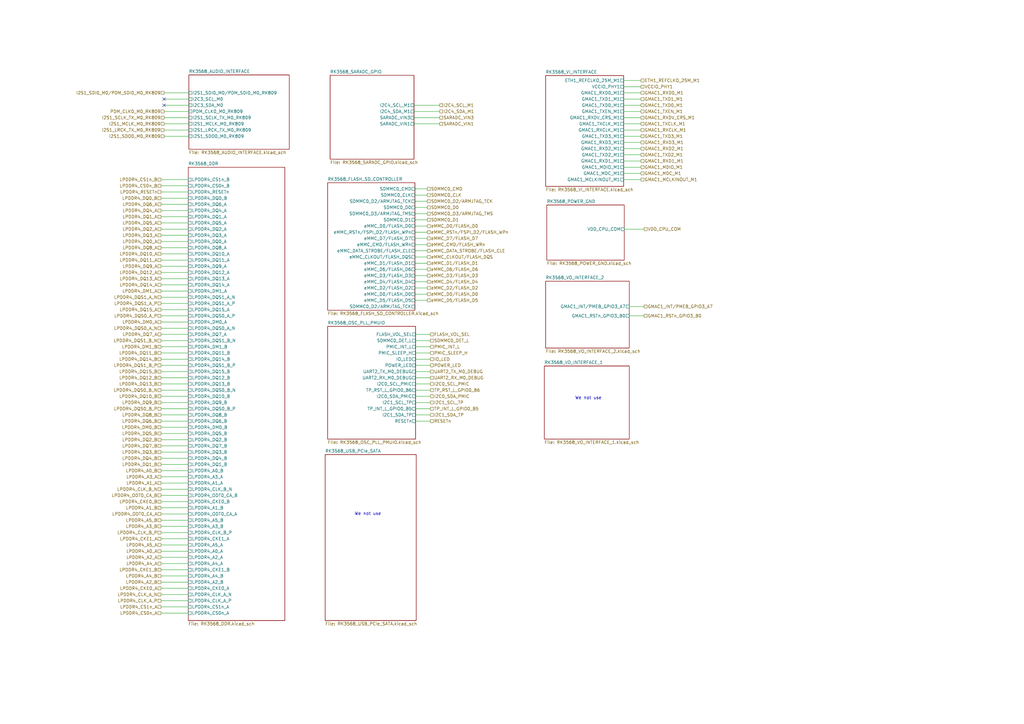
<source format=kicad_sch>
(kicad_sch (version 20230819) (generator eeschema)
  (paper "A3")
  (lib_symbols)
  (no_connect (at 67.31 40.64))
  (no_connect (at 67.31 43.18))
  (wire (pts (xy 170.434 147.32) (xy 176.53 147.32)))
  (wire (pts (xy 255.778 43.18) (xy 262.89 43.18)))
  (wire (pts (xy 66.04 187.96) (xy 77.216 187.96)))
  (wire (pts (xy 255.778 45.72) (xy 262.89 45.72)))
  (wire (pts (xy 66.04 167.64) (xy 77.216 167.64)))
  (wire (pts (xy 170.434 162.56) (xy 176.53 162.56)))
  (wire (pts (xy 258.064 125.73) (xy 264.16 125.73)))
  (wire (pts (xy 170.18 77.47) (xy 175.26 77.47)))
  (wire (pts (xy 66.04 208.28) (xy 77.216 208.28)))
  (wire (pts (xy 170.434 165.1) (xy 176.53 165.1)))
  (wire (pts (xy 170.434 172.72) (xy 176.53 172.72)))
  (wire (pts (xy 170.18 118.11) (xy 175.26 118.11)))
  (wire (pts (xy 66.04 132.08) (xy 77.216 132.08)))
  (wire (pts (xy 255.778 58.42) (xy 262.89 58.42)))
  (wire (pts (xy 170.434 142.24) (xy 176.53 142.24)))
  (wire (pts (xy 255.778 50.8) (xy 262.89 50.8)))
  (wire (pts (xy 66.04 83.82) (xy 77.216 83.82)))
  (wire (pts (xy 170.18 115.57) (xy 175.26 115.57)))
  (wire (pts (xy 66.04 246.38) (xy 77.216 246.38)))
  (wire (pts (xy 170.18 85.09) (xy 175.26 85.09)))
  (wire (pts (xy 255.778 71.12) (xy 262.89 71.12)))
  (wire (pts (xy 66.04 134.62) (xy 77.216 134.62)))
  (wire (pts (xy 255.778 66.04) (xy 262.89 66.04)))
  (wire (pts (xy 255.778 63.5) (xy 262.89 63.5)))
  (wire (pts (xy 66.04 251.46) (xy 77.216 251.46)))
  (wire (pts (xy 170.434 149.86) (xy 176.53 149.86)))
  (wire (pts (xy 66.04 203.2) (xy 77.216 203.2)))
  (wire (pts (xy 170.18 95.25) (xy 175.26 95.25)))
  (wire (pts (xy 66.04 170.18) (xy 77.216 170.18)))
  (wire (pts (xy 66.04 147.32) (xy 77.216 147.32)))
  (wire (pts (xy 66.04 180.34) (xy 77.216 180.34)))
  (wire (pts (xy 66.04 233.68) (xy 77.216 233.68)))
  (wire (pts (xy 170.434 152.4) (xy 176.53 152.4)))
  (wire (pts (xy 170.18 107.95) (xy 175.26 107.95)))
  (wire (pts (xy 66.04 162.56) (xy 77.216 162.56)))
  (wire (pts (xy 66.04 154.94) (xy 77.216 154.94)))
  (wire (pts (xy 66.04 215.9) (xy 77.216 215.9)))
  (wire (pts (xy 66.04 205.74) (xy 77.216 205.74)))
  (wire (pts (xy 66.04 213.36) (xy 77.216 213.36)))
  (wire (pts (xy 170.18 120.65) (xy 175.26 120.65)))
  (wire (pts (xy 66.04 198.12) (xy 77.216 198.12)))
  (wire (pts (xy 170.18 90.17) (xy 175.26 90.17)))
  (wire (pts (xy 170.434 139.7) (xy 176.53 139.7)))
  (wire (pts (xy 170.434 160.02) (xy 176.53 160.02)))
  (wire (pts (xy 67.31 55.88) (xy 77.47 55.88)))
  (wire (pts (xy 170.18 87.63) (xy 175.26 87.63)))
  (wire (pts (xy 66.04 238.76) (xy 77.216 238.76)))
  (wire (pts (xy 66.04 220.98) (xy 77.216 220.98)))
  (wire (pts (xy 66.04 200.66) (xy 77.216 200.66)))
  (wire (pts (xy 170.18 123.19) (xy 175.26 123.19)))
  (wire (pts (xy 170.18 80.01) (xy 175.26 80.01)))
  (wire (pts (xy 66.04 182.88) (xy 77.216 182.88)))
  (wire (pts (xy 66.04 231.14) (xy 77.216 231.14)))
  (wire (pts (xy 67.31 53.34) (xy 77.47 53.34)))
  (wire (pts (xy 66.04 195.58) (xy 77.216 195.58)))
  (wire (pts (xy 170.18 113.03) (xy 175.26 113.03)))
  (wire (pts (xy 66.04 88.9) (xy 77.216 88.9)))
  (wire (pts (xy 170.18 97.79) (xy 175.26 97.79)))
  (wire (pts (xy 66.04 248.92) (xy 77.216 248.92)))
  (wire (pts (xy 170.434 167.64) (xy 176.53 167.64)))
  (wire (pts (xy 66.04 104.14) (xy 77.216 104.14)))
  (wire (pts (xy 66.04 137.16) (xy 77.216 137.16)))
  (wire (pts (xy 170.18 82.55) (xy 175.26 82.55)))
  (wire (pts (xy 258.064 129.54) (xy 264.16 129.54)))
  (wire (pts (xy 255.778 40.64) (xy 262.89 40.64)))
  (wire (pts (xy 66.04 144.78) (xy 77.216 144.78)))
  (wire (pts (xy 255.778 73.66) (xy 262.89 73.66)))
  (wire (pts (xy 66.04 190.5) (xy 77.216 190.5)))
  (wire (pts (xy 66.04 124.46) (xy 77.216 124.46)))
  (wire (pts (xy 66.04 241.3) (xy 77.216 241.3)))
  (wire (pts (xy 66.04 165.1) (xy 77.216 165.1)))
  (wire (pts (xy 66.04 236.22) (xy 77.216 236.22)))
  (wire (pts (xy 66.04 139.7) (xy 77.216 139.7)))
  (wire (pts (xy 66.04 226.06) (xy 77.216 226.06)))
  (wire (pts (xy 170.18 110.49) (xy 175.26 110.49)))
  (wire (pts (xy 67.31 38.1) (xy 77.47 38.1)))
  (wire (pts (xy 66.04 111.76) (xy 77.216 111.76)))
  (wire (pts (xy 66.04 149.86) (xy 77.216 149.86)))
  (wire (pts (xy 255.778 33.02) (xy 262.89 33.02)))
  (wire (pts (xy 66.04 91.44) (xy 77.216 91.44)))
  (wire (pts (xy 66.04 127) (xy 77.216 127)))
  (wire (pts (xy 66.04 114.3) (xy 77.216 114.3)))
  (wire (pts (xy 67.31 50.8) (xy 77.47 50.8)))
  (wire (pts (xy 170.18 105.41) (xy 175.26 105.41)))
  (wire (pts (xy 66.04 76.2) (xy 77.216 76.2)))
  (wire (pts (xy 67.31 48.26) (xy 77.47 48.26)))
  (wire (pts (xy 255.778 68.58) (xy 262.89 68.58)))
  (wire (pts (xy 255.778 38.1) (xy 262.89 38.1)))
  (wire (pts (xy 66.04 160.02) (xy 77.216 160.02)))
  (wire (pts (xy 66.04 73.66) (xy 77.216 73.66)))
  (wire (pts (xy 66.04 223.52) (xy 77.216 223.52)))
  (wire (pts (xy 66.04 228.6) (xy 77.216 228.6)))
  (wire (pts (xy 255.778 53.34) (xy 262.89 53.34)))
  (wire (pts (xy 66.04 96.52) (xy 77.216 96.52)))
  (wire (pts (xy 66.04 86.36) (xy 77.216 86.36)))
  (wire (pts (xy 66.04 109.22) (xy 77.216 109.22)))
  (wire (pts (xy 66.04 152.4) (xy 77.216 152.4)))
  (wire (pts (xy 66.04 93.98) (xy 77.216 93.98)))
  (wire (pts (xy 66.04 218.44) (xy 77.216 218.44)))
  (wire (pts (xy 66.04 193.04) (xy 77.216 193.04)))
  (wire (pts (xy 66.04 142.24) (xy 77.216 142.24)))
  (wire (pts (xy 66.04 116.84) (xy 77.216 116.84)))
  (wire (pts (xy 169.799 43.18) (xy 180.34 43.18)))
  (wire (pts (xy 66.04 157.48) (xy 77.216 157.48)))
  (wire (pts (xy 66.04 185.42) (xy 77.216 185.42)))
  (wire (pts (xy 255.778 35.56) (xy 262.89 35.56)))
  (wire (pts (xy 170.434 157.48) (xy 176.53 157.48)))
  (wire (pts (xy 67.31 45.72) (xy 77.47 45.72)))
  (wire (pts (xy 170.434 154.94) (xy 176.53 154.94)))
  (wire (pts (xy 169.799 48.26) (xy 180.34 48.26)))
  (wire (pts (xy 67.31 40.64) (xy 77.47 40.64)))
  (wire (pts (xy 66.04 243.84) (xy 77.216 243.84)))
  (wire (pts (xy 170.18 100.33) (xy 175.26 100.33)))
  (wire (pts (xy 66.04 81.28) (xy 77.216 81.28)))
  (wire (pts (xy 170.434 144.78) (xy 176.53 144.78)))
  (wire (pts (xy 169.799 45.72) (xy 180.34 45.72)))
  (wire (pts (xy 66.04 129.54) (xy 77.216 129.54)))
  (wire (pts (xy 170.18 102.87) (xy 175.26 102.87)))
  (wire (pts (xy 256.032 93.98) (xy 264.16 93.98)))
  (wire (pts (xy 255.778 55.88) (xy 262.89 55.88)))
  (wire (pts (xy 170.18 92.71) (xy 175.26 92.71)))
  (wire (pts (xy 170.434 170.18) (xy 176.53 170.18)))
  (wire (pts (xy 66.04 172.72) (xy 77.216 172.72)))
  (wire (pts (xy 255.778 48.26) (xy 262.89 48.26)))
  (wire (pts (xy 66.04 106.68) (xy 77.216 106.68)))
  (wire (pts (xy 66.04 78.74) (xy 77.216 78.74)))
  (wire (pts (xy 255.778 60.96) (xy 262.89 60.96)))
  (wire (pts (xy 67.31 43.18) (xy 77.47 43.18)))
  (wire (pts (xy 66.04 210.82) (xy 77.216 210.82)))
  (wire (pts (xy 66.04 175.26) (xy 77.216 175.26)))
  (wire (pts (xy 169.799 50.8) (xy 180.34 50.8)))
  (wire (pts (xy 66.04 119.38) (xy 77.216 119.38)))
  (wire (pts (xy 66.04 177.8) (xy 77.216 177.8)))
  (wire (pts (xy 66.04 101.6) (xy 77.216 101.6)))
  (wire (pts (xy 66.04 121.92) (xy 77.216 121.92)))
  (wire (pts (xy 66.04 99.06) (xy 77.216 99.06)))
  (wire (pts (xy 170.434 137.16) (xy 176.53 137.16)))
  (text "We not use" (at 241.3 163.322 0) (effects (font (size 1.27 1.27))))
  (text "We not use" (at 150.876 210.82 0) (effects (font (size 1.27 1.27))))
  (hierarchical_label "LPDDR4_DQ13_B" (shape passive) (at 66.04 157.48 180))
  (hierarchical_label "LPDDR4_DQS1_B_N" (shape passive) (at 66.04 139.7 180))
  (hierarchical_label "LPDDR4_DQ2_B" (shape passive) (at 66.04 180.34 180))
  (hierarchical_label "LPDDR4_DQ4_B" (shape passive) (at 66.04 187.96 180))
  (hierarchical_label "GMAC1_INT{slash}PMEB_GPIO3_A7" (shape passive) (at 264.16 125.73 0))
  (hierarchical_label "LPDDR4_DQ12_B" (shape passive) (at 66.04 154.94 180))
  (hierarchical_label "I2C0_SCL_PMIC" (shape passive) (at 176.53 157.48 0))
  (hierarchical_label "LPDDR4_DQS1_A_P" (shape passive) (at 66.04 124.46 180))
  (hierarchical_label "I2S1_SCLK_TX_M0_RK809" (shape passive) (at 67.31 48.26 180))
  (hierarchical_label "eMMC_D3{slash}FLASH_D3" (shape passive) (at 175.26 113.03 0))
  (hierarchical_label "LPDDR4_DQ14_B" (shape passive) (at 66.04 147.32 180))
  (hierarchical_label "LPDDR4_DQ11_B" (shape passive) (at 66.04 144.78 180))
  (hierarchical_label "LPDDR4_CS0n_B" (shape passive) (at 66.04 76.2 180))
  (hierarchical_label "LPDDR4_DQ6_B" (shape passive) (at 66.04 172.72 180))
  (hierarchical_label "eMMC_D4{slash}FLASH_D4" (shape passive) (at 175.26 115.57 0))
  (hierarchical_label "VDD_CPU_COM" (shape passive) (at 264.16 93.98 0))
  (hierarchical_label "LPDDR4_DQ0_B" (shape passive) (at 66.04 81.28 180))
  (hierarchical_label "LPDDR4_DQ3_B" (shape passive) (at 66.04 185.42 180))
  (hierarchical_label "LPDDR4_DQ8_B" (shape passive) (at 66.04 170.18 180))
  (hierarchical_label "LPDDR4_DQ10_A" (shape passive) (at 66.04 104.14 180))
  (hierarchical_label "LPDDR4_A1_B" (shape passive) (at 66.04 208.28 180))
  (hierarchical_label "SDMMC0_D0" (shape passive) (at 175.26 85.09 0))
  (hierarchical_label "I2S1_MCLK_M0_RK809" (shape passive) (at 67.31 50.8 180))
  (hierarchical_label "eMMC_RSTn{slash}FSPI_D2{slash}FLASH_WPn" (shape passive) (at 175.26 95.25 0))
  (hierarchical_label "LPDDR4_CS0n_A" (shape passive) (at 66.04 251.46 180))
  (hierarchical_label "LPDDR4_CLK_B_P" (shape passive) (at 66.04 218.44 180))
  (hierarchical_label "LPDDR4_DQS0_B_N" (shape passive) (at 66.04 160.02 180))
  (hierarchical_label "FLASH_VOL_SEL" (shape passive) (at 176.53 137.16 0))
  (hierarchical_label "LPDDR4_CLK_B_N" (shape passive) (at 66.04 200.66 180))
  (hierarchical_label "LPDDR4_CKE0_B" (shape passive) (at 66.04 205.74 180))
  (hierarchical_label "LPDDR4_DQ7_B" (shape passive) (at 66.04 182.88 180))
  (hierarchical_label "POWER_LED" (shape passive) (at 176.53 149.86 0))
  (hierarchical_label "LPDDR4_RESETn" (shape passive) (at 66.04 78.74 180))
  (hierarchical_label "GMAC1_RXDV_CRS_M1" (shape passive) (at 262.89 48.26 0))
  (hierarchical_label "LPDDR4_A5_B" (shape passive) (at 66.04 213.36 180))
  (hierarchical_label "I2C1_SCL_TP" (shape passive) (at 176.53 165.1 0))
  (hierarchical_label "VCCIO_PHY1" (shape passive) (at 262.89 35.56 0))
  (hierarchical_label "SDMMC0_D1" (shape passive) (at 175.26 90.17 0))
  (hierarchical_label "eMMC_CLKOUT{slash}FLASH_DQS" (shape passive) (at 175.26 105.41 0))
  (hierarchical_label "LPDDR4_A2_B" (shape passive) (at 66.04 238.76 180))
  (hierarchical_label "PMIC_SLEEP_H" (shape passive) (at 176.53 144.78 0))
  (hierarchical_label "GMAC1_TXCLK_M1" (shape passive) (at 262.89 50.8 0))
  (hierarchical_label "SARADC_VIN1" (shape passive) (at 180.34 50.8 0))
  (hierarchical_label "LPDDR4_DM0_B" (shape passive) (at 66.04 175.26 180))
  (hierarchical_label "GMAC1_TXD1_M1" (shape passive) (at 262.89 40.64 0))
  (hierarchical_label "LPDDR4_A3_A" (shape passive) (at 66.04 195.58 180))
  (hierarchical_label "GMAC1_RXD3_M1" (shape passive) (at 262.89 58.42 0))
  (hierarchical_label "I2C4_SCL_M1" (shape passive) (at 180.34 43.18 0))
  (hierarchical_label "eMMC_DATA_STROBE{slash}FLASH_CLE" (shape passive) (at 175.26 102.87 0))
  (hierarchical_label "SDMMC0_CLK" (shape passive) (at 175.26 80.01 0))
  (hierarchical_label "GMAC1_TXEN_M1" (shape passive) (at 262.89 45.72 0))
  (hierarchical_label "LPDDR4_A0_B" (shape passive) (at 66.04 193.04 180))
  (hierarchical_label "eMMC_D1{slash}FLASH_D1" (shape passive) (at 175.26 107.95 0))
  (hierarchical_label "LPDDR4_DQS0_B_P" (shape passive) (at 66.04 167.64 180))
  (hierarchical_label "TP_RST_L_GPIO0_B6" (shape passive) (at 176.53 160.02 0))
  (hierarchical_label "GMAC1_MDIO_M1" (shape passive) (at 262.89 68.58 0))
  (hierarchical_label "GMAC1_TXD0_M1" (shape passive) (at 262.89 43.18 0))
  (hierarchical_label "GMAC1_RSTn_GPIO3_B0" (shape passive) (at 264.16 129.54 0))
  (hierarchical_label "eMMC_D0{slash}FLASH_D0" (shape passive) (at 175.26 120.65 0))
  (hierarchical_label "LPDDR4_DQ0_A" (shape passive) (at 66.04 99.06 180))
  (hierarchical_label "LPDDR4_DQ4_A" (shape passive) (at 66.04 86.36 180))
  (hierarchical_label "LPDDR4_DM0_A" (shape passive) (at 66.04 132.08 180))
  (hierarchical_label "TP_INT_L_GPIO0_B5" (shape passive) (at 176.53 167.64 0))
  (hierarchical_label "GMAC1_RXD1_M1" (shape passive) (at 262.89 66.04 0))
  (hierarchical_label "I2S1_LRCK_TX_M0_RK809" (shape passive) (at 67.31 53.34 180))
  (hierarchical_label "LPDDR4_CKE1_A" (shape passive) (at 66.04 220.98 180))
  (hierarchical_label "LPDDR4_ODT0_CA_B" (shape passive) (at 66.04 203.2 180))
  (hierarchical_label "LPDDR4_CS1n_B" (shape passive) (at 66.04 73.66 180))
  (hierarchical_label "LPDDR4_A5_A" (shape passive) (at 66.04 223.52 180))
  (hierarchical_label "eMMC_D7{slash}FLASH_D7" (shape passive) (at 175.26 97.79 0))
  (hierarchical_label "LPDDR4_DQ15_A" (shape passive) (at 66.04 127 180))
  (hierarchical_label "eMMC_D2{slash}FLASH_D2" (shape passive) (at 175.26 118.11 0))
  (hierarchical_label "LPDDR4_ODT0_CA_A" (shape passive) (at 66.04 210.82 180))
  (hierarchical_label "SDMMC0_DET_L" (shape passive) (at 176.53 139.7 0))
  (hierarchical_label "I2C0_SDA_PMIC" (shape passive) (at 176.53 162.56 0))
  (hierarchical_label "LPDDR4_DQ6_A" (shape passive) (at 66.04 83.82 180))
  (hierarchical_label "LPDDR4_DQ9_B" (shape passive) (at 66.04 165.1 180))
  (hierarchical_label "LPDDR4_CKE1_B" (shape passive) (at 66.04 233.68 180))
  (hierarchical_label "I2C4_SDA_M1" (shape passive) (at 180.34 45.72 0))
  (hierarchical_label "LPDDR4_DQ11_A" (shape passive) (at 66.04 106.68 180))
  (hierarchical_label "LPDDR4_CLK_A_N" (shape passive) (at 66.04 243.84 180))
  (hierarchical_label "GMAC1_MCLKINOUT_M1" (shape passive) (at 262.89 73.66 0))
  (hierarchical_label "LPDDR4_DQS1_A_N" (shape passive) (at 66.04 121.92 180))
  (hierarchical_label "UART2_TX_M0_DEBUG" (shape passive) (at 176.53 152.4 0))
  (hierarchical_label "PDM_CLK0_M0_RK809" (shape passive) (at 67.31 45.72 180))
  (hierarchical_label "LPDDR4_A1_A" (shape passive) (at 66.04 198.12 180))
  (hierarchical_label "GMAC1_RXCLK_M1" (shape passive) (at 262.89 53.34 0))
  (hierarchical_label "SDMMC0_D3{slash}ARMJTAG_TMS" (shape passive) (at 175.26 87.63 0))
  (hierarchical_label "LPDDR4_DQS0_A_N" (shape passive) (at 66.04 134.62 180))
  (hierarchical_label "GMAC1_TXD3_M1" (shape passive) (at 262.89 55.88 0))
  (hierarchical_label "RESETn" (shape passive) (at 176.53 172.72 0))
  (hierarchical_label "LPDDR4_DQ5_A" (shape passive) (at 66.04 91.44 180))
  (hierarchical_label "IO_LED" (shape passive) (at 176.53 147.32 0))
  (hierarchical_label "LPDDR4_A2_A" (shape passive) (at 66.04 228.6 180))
  (hierarchical_label "LPDDR4_DM1_A" (shape passive) (at 66.04 119.38 180))
  (hierarchical_label "LPDDR4_DQ1_A" (shape passive) (at 66.04 88.9 180))
  (hierarchical_label "eMMC_D0{slash}FLASH_D0" (shape passive) (at 175.26 92.71 0))
  (hierarchical_label "I2S1_SDI0_M0{slash}PDM_SDI0_M0_RK809" (shape passive) (at 67.31 38.1 180))
  (hierarchical_label "eMMC_D5{slash}FLASH_D5" (shape passive) (at 175.26 123.19 0))
  (hierarchical_label "I2S1_SDO0_M0_RK809" (shape passive) (at 67.31 55.88 180))
  (hierarchical_label "LPDDR4_DQ7_A" (shape passive) (at 66.04 137.16 180))
  (hierarchical_label "LPDDR4_A0_A" (shape passive) (at 66.04 226.06 180))
  (hierarchical_label "LPDDR4_DQ1_B" (shape passive) (at 66.04 190.5 180))
  (hierarchical_label "GMAC1_RXD2_M1" (shape passive) (at 262.89 60.96 0))
  (hierarchical_label "eMMC_CMD{slash}FLASH_WRn" (shape passive) (at 175.26 100.33 0))
  (hierarchical_label "SDMMC0_CMD" (shape passive) (at 175.26 77.47 0))
  (hierarchical_label "GMAC1_TXD2_M1" (shape passive) (at 262.89 63.5 0))
  (hierarchical_label "LPDDR4_CLK_A_P" (shape passive) (at 66.04 246.38 180))
  (hierarchical_label "LPDDR4_DQ9_A" (shape passive) (at 66.04 109.22 180))
  (hierarchical_label "LPDDR4_DQ15_B" (shape passive) (at 66.04 152.4 180))
  (hierarchical_label "LPDDR4_DQ8_A" (shape passive) (at 66.04 101.6 180))
  (hierarchical_label "ETH1_REFCLKO_25M_M1" (shape passive) (at 262.89 33.02 0))
  (hierarchical_label "LPDDR4_DQ10_B" (shape passive) (at 66.04 162.56 180))
  (hierarchical_label "LPDDR4_CKE0_A" (shape passive) (at 66.04 241.3 180))
  (hierarchical_label "LPDDR4_A4_B" (shape passive) (at 66.04 236.22 180))
  (hierarchical_label "LPDDR4_DQ3_A" (shape passive) (at 66.04 96.52 180))
  (hierarchical_label "UART2_RX_M0_DEBUG" (shape passive) (at 176.53 154.94 0))
  (hierarchical_label "LPDDR4_DQ12_A" (shape passive) (at 66.04 111.76 180))
  (hierarchical_label "LPDDR4_DQ5_B" (shape passive) (at 66.04 177.8 180))
  (hierarchical_label "LPDDR4_DQ2_A" (shape passive) (at 66.04 93.98 180))
  (hierarchical_label "GMAC1_MDC_M1" (shape passive) (at 262.89 71.12 0))
  (hierarchical_label "SARADC_VIN3" (shape passive) (at 180.34 48.26 0))
  (hierarchical_label "LPDDR4_CS1n_A" (shape passive) (at 66.04 248.92 180))
  (hierarchical_label "GMAC1_RXD0_M1" (shape passive) (at 262.89 38.1 0))
  (hierarchical_label "I2C1_SDA_TP" (shape passive) (at 176.53 170.18 0))
  (hierarchical_label "LPDDR4_DQS0_A_P" (shape passive) (at 66.04 129.54 180))
  (hierarchical_label "LPDDR4_DQ13_A" (shape passive) (at 66.04 114.3 180))
  (hierarchical_label "LPDDR4_A4_A" (shape passive) (at 66.04 231.14 180))
  (hierarchical_label "LPDDR4_A3_B" (shape passive) (at 66.04 215.9 180))
  (hierarchical_label "eMMC_D6{slash}FLASH_D6" (shape passive) (at 175.26 110.49 0))
  (hierarchical_label "LPDDR4_DQS1_B_P" (shape passive) (at 66.04 149.86 180))
  (hierarchical_label "PMIC_INT_L" (shape passive) (at 176.53 142.24 0))
  (hierarchical_label "LPDDR4_DQ14_A" (shape passive) (at 66.04 116.84 180))
  (hierarchical_label "LPDDR4_DM1_B" (shape passive) (at 66.04 142.24 180))
  (hierarchical_label "SDMMC0_D2{slash}ARMJTAG_TCK" (shape passive) (at 175.26 82.55 0))
  (sheet (at 223.774 30.988) (size 32.004 45.466) (stroke (width 0.1524))
    (property "Sheetname" "RK3568_VI_INTERFACE" (at 223.774 30.2764 0) (effects (justify left bottom)))
    (property "Sheetfile" "RK3568_VI_INTERFACE.kicad_sch" (at 223.774 77.0386 0) (effects (justify left top)))
    (pin "ETH1_REFCLKO_25M_M1" passive (at 255.778 33.02 0))
    (pin "VCCIO_PHY1" passive (at 255.778 35.56 0))
    (pin "GMAC1_RXD0_M1" passive (at 255.778 38.1 0))
    (pin "GMAC1_TXD1_M1" passive (at 255.778 40.64 0))
    (pin "GMAC1_TXD0_M1" passive (at 255.778 43.18 0))
    (pin "GMAC1_TXEN_M1" passive (at 255.778 45.72 0))
    (pin "GMAC1_RXDV_CRS_M1" passive (at 255.778 48.26 0))
    (pin "GMAC1_TXCLK_M1" passive (at 255.778 50.8 0))
    (pin "GMAC1_RXCLK_M1" passive (at 255.778 53.34 0))
    (pin "GMAC1_TXD3_M1" passive (at 255.778 55.88 0))
    (pin "GMAC1_RXD3_M1" passive (at 255.778 58.42 0))
    (pin "GMAC1_RXD2_M1" passive (at 255.778 60.96 0))
    (pin "GMAC1_TXD2_M1" passive (at 255.778 63.5 0))
    (pin "GMAC1_RXD1_M1" passive (at 255.778 66.04 0))
    (pin "GMAC1_MDIO_M1" passive (at 255.778 68.58 0))
    (pin "GMAC1_MDC_M1" passive (at 255.778 71.12 0))
    (pin "GMAC1_MCLKINOUT_M1" passive (at 255.778 73.66 0))
  )
  (sheet (at 77.47 30.734) (size 41.148 30.48) (stroke (width 0.1524))
    (property "Sheetname" "RK3568_AUDIO_INTERFACE" (at 77.47 30.0224 0) (effects (justify left bottom)))
    (property "Sheetfile" "RK3568_AUDIO_INTERFACE.kicad_sch" (at 77.47 61.7986 0) (effects (justify left top)))
    (pin "I2S1_MCLK_M0_RK809" passive (at 77.47 50.8 180))
    (pin "I2S1_LRCK_TX_M0_RK809" passive (at 77.47 53.34 180))
    (pin "I2S1_SDO0_M0_RK809" passive (at 77.47 55.88 180))
    (pin "I2S1_SDI0_M0{slash}PDM_SDI0_M0_RK809" passive (at 77.47 38.1 180))
    (pin "I2C3_SCL_M0" passive (at 77.47 40.64 180))
    (pin "I2C3_SDA_M0" passive (at 77.47 43.18 180))
    (pin "PDM_CLK0_M0_RK809" passive (at 77.47 45.72 180))
    (pin "I2S1_SCLK_TX_M0_RK809" passive (at 77.47 48.26 180))
  )
  (sheet (at 223.266 150.114) (size 34.798 29.972) (stroke (width 0.1524))
    (property "Sheetname" "RK3568_VO_INTERFACE_1" (at 223.266 149.4024 0) (effects (justify left bottom)))
    (property "Sheetfile" "RK3568_VO_INTERFACE_1.kicad_sch" (at 223.266 180.6706 0) (effects (justify left top)))
  )
  (sheet (at 223.774 115.316) (size 34.29 27.432) (stroke (width 0.1524))
    (property "Sheetname" "RK3568_VO_INTERFACE_2" (at 223.774 114.6044 0) (effects (justify left bottom)))
    (property "Sheetfile" "RK3568_VO_INTERFACE_2.kicad_sch" (at 223.774 143.3326 0) (effects (justify left top)))
    (pin "GMAC1_INT{slash}PMEB_GPIO3_A7" passive (at 258.064 125.73 0))
    (pin "GMAC1_RSTn_GPIO3_B0" passive (at 258.064 129.54 0))
  )
  (sheet (at 133.35 186.436) (size 37.338 68.072) (stroke (width 0.1524))
    (property "Sheetname" "RK3568_USB_PCIe_SATA" (at 133.35 185.7244 0) (effects (justify left bottom)))
    (property "Sheetfile" "RK3568_USB_PCIe_SATA.kicad_sch" (at 133.35 255.0926 0) (effects (justify left top)))
  )
  (sheet (at 77.216 68.58) (size 39.624 185.928) (stroke (width 0.1524))
    (property "Sheetname" "RK3568_DDR" (at 77.216 67.8684 0) (effects (justify left bottom)))
    (property "Sheetfile" "RK3568_DDR.kicad_sch" (at 77.216 255.0926 0) (effects (justify left top)))
    (pin "LPDDR4_CS1n_B" passive (at 77.216 73.66 180))
    (pin "LPDDR4_CS0n_B" passive (at 77.216 76.2 180))
    (pin "LPDDR4_RESETn" passive (at 77.216 78.74 180))
    (pin "LPDDR4_DQ0_B" passive (at 77.216 81.28 180))
    (pin "LPDDR4_DQ6_A" passive (at 77.216 83.82 180))
    (pin "LPDDR4_DQ4_A" passive (at 77.216 86.36 180))
    (pin "LPDDR4_DQ1_A" passive (at 77.216 88.9 180))
    (pin "LPDDR4_DQ5_A" passive (at 77.216 91.44 180))
    (pin "LPDDR4_DQ2_A" passive (at 77.216 93.98 180))
    (pin "LPDDR4_DQ3_A" passive (at 77.216 96.52 180))
    (pin "LPDDR4_DQ0_A" passive (at 77.216 99.06 180))
    (pin "LPDDR4_DQ8_A" passive (at 77.216 101.6 180))
    (pin "LPDDR4_DQ10_A" passive (at 77.216 104.14 180))
    (pin "LPDDR4_DQ11_A" passive (at 77.216 106.68 180))
    (pin "LPDDR4_DQ9_A" passive (at 77.216 109.22 180))
    (pin "LPDDR4_DQ12_A" passive (at 77.216 111.76 180))
    (pin "LPDDR4_DQ13_A" passive (at 77.216 114.3 180))
    (pin "LPDDR4_DQ14_A" passive (at 77.216 116.84 180))
    (pin "LPDDR4_DM1_A" passive (at 77.216 119.38 180))
    (pin "LPDDR4_DQS1_A_N" passive (at 77.216 121.92 180))
    (pin "LPDDR4_DQS1_A_P" passive (at 77.216 124.46 180))
    (pin "LPDDR4_DQ15_A" passive (at 77.216 127 180))
    (pin "LPDDR4_DQS0_A_P" passive (at 77.216 129.54 180))
    (pin "LPDDR4_DM0_A" passive (at 77.216 132.08 180))
    (pin "LPDDR4_DQS0_A_N" passive (at 77.216 134.62 180))
    (pin "LPDDR4_DQ7_A" passive (at 77.216 137.16 180))
    (pin "LPDDR4_DQS1_B_N" passive (at 77.216 139.7 180))
    (pin "LPDDR4_DM1_B" passive (at 77.216 142.24 180))
    (pin "LPDDR4_DQ11_B" passive (at 77.216 144.78 180))
    (pin "LPDDR4_DQ14_B" passive (at 77.216 147.32 180))
    (pin "LPDDR4_DQS1_B_P" passive (at 77.216 149.86 180))
    (pin "LPDDR4_DQ15_B" passive (at 77.216 152.4 180))
    (pin "LPDDR4_DQ12_B" passive (at 77.216 154.94 180))
    (pin "LPDDR4_DQ13_B" passive (at 77.216 157.48 180))
    (pin "LPDDR4_DQS0_B_N" passive (at 77.216 160.02 180))
    (pin "LPDDR4_DQ10_B" passive (at 77.216 162.56 180))
    (pin "LPDDR4_DQ9_B" passive (at 77.216 165.1 180))
    (pin "LPDDR4_DQS0_B_P" passive (at 77.216 167.64 180))
    (pin "LPDDR4_DQ8_B" passive (at 77.216 170.18 180))
    (pin "LPDDR4_DQ6_B" passive (at 77.216 172.72 180))
    (pin "LPDDR4_DM0_B" passive (at 77.216 175.26 180))
    (pin "LPDDR4_DQ5_B" passive (at 77.216 177.8 180))
    (pin "LPDDR4_DQ2_B" passive (at 77.216 180.34 180))
    (pin "LPDDR4_DQ7_B" passive (at 77.216 182.88 180))
    (pin "LPDDR4_DQ3_B" passive (at 77.216 185.42 180))
    (pin "LPDDR4_DQ4_B" passive (at 77.216 187.96 180))
    (pin "LPDDR4_DQ1_B" passive (at 77.216 190.5 180))
    (pin "LPDDR4_A0_B" passive (at 77.216 193.04 180))
    (pin "LPDDR4_A3_A" passive (at 77.216 195.58 180))
    (pin "LPDDR4_A1_A" passive (at 77.216 198.12 180))
    (pin "LPDDR4_CLK_B_N" passive (at 77.216 200.66 180))
    (pin "LPDDR4_ODT0_CA_B" passive (at 77.216 203.2 180))
    (pin "LPDDR4_CKE0_B" passive (at 77.216 205.74 180))
    (pin "LPDDR4_A1_B" passive (at 77.216 208.28 180))
    (pin "LPDDR4_ODT0_CA_A" passive (at 77.216 210.82 180))
    (pin "LPDDR4_A5_B" passive (at 77.216 213.36 180))
    (pin "LPDDR4_A3_B" passive (at 77.216 215.9 180))
    (pin "LPDDR4_CLK_B_P" passive (at 77.216 218.44 180))
    (pin "LPDDR4_CKE1_A" passive (at 77.216 220.98 180))
    (pin "LPDDR4_A5_A" passive (at 77.216 223.52 180))
    (pin "LPDDR4_A0_A" passive (at 77.216 226.06 180))
    (pin "LPDDR4_A2_A" passive (at 77.216 228.6 180))
    (pin "LPDDR4_A4_A" passive (at 77.216 231.14 180))
    (pin "LPDDR4_CKE1_B" passive (at 77.216 233.68 180))
    (pin "LPDDR4_A4_B" passive (at 77.216 236.22 180))
    (pin "LPDDR4_A2_B" passive (at 77.216 238.76 180))
    (pin "LPDDR4_CKE0_A" passive (at 77.216 241.3 180))
    (pin "LPDDR4_CLK_A_N" passive (at 77.216 243.84 180))
    (pin "LPDDR4_CLK_A_P" passive (at 77.216 246.38 180))
    (pin "LPDDR4_CS1n_A" passive (at 77.216 248.92 180))
    (pin "LPDDR4_CS0n_A" passive (at 77.216 251.46 180))
  )
  (sheet (at 134.366 74.93) (size 35.814 52.324) (stroke (width 0.1524))
    (property "Sheetname" "RK3568_FLASH_SD_CONTROLLER" (at 134.366 74.2184 0) (effects (justify left bottom)))
    (property "Sheetfile" "RK3568_FLASH_SD_CONTROLLER.kicad_sch" (at 134.366 127.8386 0) (effects (justify left top)))
    (pin "SDMMC0_CMD" passive (at 170.18 77.47 0))
    (pin "SDMMC0_CLK" passive (at 170.18 80.01 0))
    (pin "SDMMC0_D2{slash}ARMJTAG_TCK" passive (at 170.18 82.55 0))
    (pin "SDMMC0_D0" passive (at 170.18 85.09 0))
    (pin "SDMMC0_D3{slash}ARMJTAG_TMS" passive (at 170.18 87.63 0))
    (pin "SDMMC0_D1" passive (at 170.18 90.17 0))
    (pin "eMMC_D0{slash}FLASH_D0" passive (at 170.18 92.71 0))
    (pin "eMMC_RSTn{slash}FSPI_D2{slash}FLASH_WPn" passive (at 170.18 95.25 0))
    (pin "eMMC_D7{slash}FLASH_D7" passive (at 170.18 97.79 0))
    (pin "eMMC_CMD{slash}FLASH_WRn" passive (at 170.18 100.33 0))
    (pin "eMMC_DATA_STROBE{slash}FLASH_CLE" passive (at 170.18 102.87 0))
    (pin "eMMC_CLKOUT{slash}FLASH_DQS" passive (at 170.18 105.41 0))
    (pin "eMMC_D1{slash}FLASH_D1" passive (at 170.18 107.95 0))
    (pin "eMMC_D6{slash}FLASH_D6" passive (at 170.18 110.49 0))
    (pin "eMMC_D3{slash}FLASH_D3" passive (at 170.18 113.03 0))
    (pin "eMMC_D4{slash}FLASH_D4" passive (at 170.18 115.57 0))
    (pin "eMMC_D2{slash}FLASH_D2" passive (at 170.18 118.11 0))
    (pin "eMMC_D0{slash}FLASH_D0" passive (at 170.18 120.65 0))
    (pin "eMMC_D5{slash}FLASH_D5" passive (at 170.18 123.19 0))
    (pin "SDMMC0_D2/ARMJTAG_TCK" passive (at 170.18 125.73 0))
  )
  (sheet (at 135.382 30.8934) (size 34.417 34.3846) (stroke (width 0.1524))
    (property "Sheetname" "RK3568_SARADC_GPIO" (at 135.382 30.1818 0) (effects (justify left bottom)))
    (property "Sheetfile" "RK3568_SARADC_GPIO.kicad_sch" (at 135.382 65.8626 0) (effects (justify left top)))
    (pin "I2C4_SCL_M1" passive (at 169.799 43.18 0))
    (pin "I2C4_SDA_M1" passive (at 169.799 45.72 0))
    (pin "SARADC_VIN3" passive (at 169.799 48.26 0))
    (pin "SARADC_VIN1" passive (at 169.799 50.8 0))
  )
  (sheet (at 134.366 133.858) (size 36.068 46.228) (stroke (width 0.1524))
    (property "Sheetname" "RK3568_OSC_PLL_PMUIO" (at 134.366 133.1464 0) (effects (justify left bottom)))
    (property "Sheetfile" "RK3568_OSC_PLL_PMUIO.kicad_sch" (at 134.366 180.6706 0) (effects (justify left top)))
    (pin "FLASH_VOL_SEL" passive (at 170.434 137.16 0))
    (pin "SDMMC0_DET_L" passive (at 170.434 139.7 0))
    (pin "PMIC_INT_L" passive (at 170.434 142.24 0))
    (pin "PMIC_SLEEP_H" passive (at 170.434 144.78 0))
    (pin "IO_LED" passive (at 170.434 147.32 0))
    (pin "POWER_LED" passive (at 170.434 149.86 0))
    (pin "UART2_TX_M0_DEBUG" passive (at 170.434 152.4 0))
    (pin "UART2_RX_M0_DEBUG" passive (at 170.434 154.94 0))
    (pin "I2C0_SCL_PMIC" passive (at 170.434 157.48 0))
    (pin "TP_RST_L_GPIO0_B6" passive (at 170.434 160.02 0))
    (pin "I2C0_SDA_PMIC" passive (at 170.434 162.56 0))
    (pin "I2C1_SCL_TP" passive (at 170.434 165.1 0))
    (pin "TP_INT_L_GPIO0_B5" passive (at 170.434 167.64 0))
    (pin "I2C1_SDA_TP" passive (at 170.434 170.18 0))
    (pin "RESETn" passive (at 170.434 172.72 0))
  )
  (sheet (at 224.282 84.074) (size 31.75 22.606) (stroke (width 0.1524))
    (property "Sheetname" "RK3568_POWER_GND" (at 224.282 83.3624 0) (effects (justify left bottom)))
    (property "Sheetfile" "RK3568_POWER_GND.kicad_sch" (at 224.282 107.2646 0) (effects (justify left top)))
    (pin "VDD_CPU_COM" passive (at 256.032 93.98 0))
  )
)
</source>
